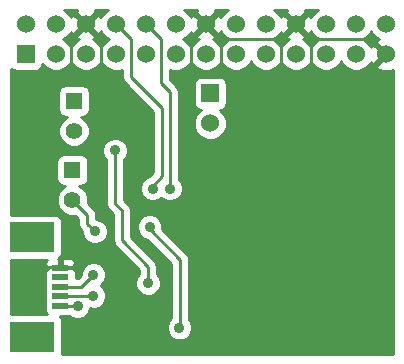
<source format=gbl>
G04 #@! TF.FileFunction,Copper,L2,Bot,Signal*
%FSLAX46Y46*%
G04 Gerber Fmt 4.6, Leading zero omitted, Abs format (unit mm)*
G04 Created by KiCad (PCBNEW (after 2015-mar-04 BZR unknown)-product) date 4/21/2015 12:40:09 PM*
%MOMM*%
G01*
G04 APERTURE LIST*
%ADD10C,0.150000*%
%ADD11R,1.397000X1.397000*%
%ADD12C,1.397000*%
%ADD13R,1.524000X1.524000*%
%ADD14C,1.524000*%
%ADD15R,3.799840X2.499360*%
%ADD16R,1.399540X0.500380*%
%ADD17C,0.889000*%
%ADD18C,0.254000*%
G04 APERTURE END LIST*
D10*
D11*
X143842000Y-87224000D03*
D12*
X143842000Y-89764000D03*
D11*
X143969000Y-81382000D03*
D12*
X143969000Y-83922000D03*
D13*
X139905000Y-77445000D03*
D14*
X139905000Y-74905000D03*
X142445000Y-77445000D03*
X142445000Y-74905000D03*
X144985000Y-77445000D03*
X144985000Y-74905000D03*
X147525000Y-77445000D03*
X147525000Y-74905000D03*
X150065000Y-77445000D03*
X150065000Y-74905000D03*
X152605000Y-77445000D03*
X152605000Y-74905000D03*
X155145000Y-77445000D03*
X155145000Y-74905000D03*
X157685000Y-77445000D03*
X157685000Y-74905000D03*
X160225000Y-77445000D03*
X160225000Y-74905000D03*
X162765000Y-77445000D03*
X162765000Y-74905000D03*
X165305000Y-77445000D03*
X165305000Y-74905000D03*
X167845000Y-77445000D03*
X167845000Y-74905000D03*
X170385000Y-77445000D03*
X170385000Y-74905000D03*
D15*
X140430780Y-92928840D03*
X140430780Y-101331160D03*
D16*
X142831080Y-95529800D03*
X142831080Y-96329900D03*
X142831080Y-98730200D03*
X142831080Y-97930100D03*
X142831080Y-97130000D03*
D13*
X155526000Y-80747000D03*
D14*
X155526000Y-83287000D03*
D17*
X150382500Y-92050000D03*
X152908000Y-100584000D03*
X144286500Y-98781000D03*
X145620000Y-97892000D03*
X145620000Y-96114000D03*
X147652000Y-95860000D03*
X144350000Y-95352000D03*
X143334000Y-102337000D03*
X148858500Y-97257000D03*
X150636500Y-88811500D03*
X147461500Y-85573000D03*
X150255500Y-96812500D03*
X145747000Y-92431000D03*
X152097000Y-88811500D03*
D18*
X150382500Y-92240500D02*
X152986000Y-94844000D01*
X152986000Y-94844000D02*
X152986000Y-98552000D01*
X150382500Y-92050000D02*
X150382500Y-92240500D01*
X152908000Y-100584000D02*
X152986000Y-100506000D01*
X152986000Y-100506000D02*
X152986000Y-98552000D01*
X144235700Y-98730200D02*
X144286500Y-98781000D01*
X142831080Y-98730200D02*
X144235700Y-98730200D01*
X145581900Y-97930100D02*
X145620000Y-97892000D01*
X142831080Y-97930100D02*
X145581900Y-97930100D01*
X144604000Y-97130000D02*
X145620000Y-96114000D01*
X142831080Y-97130000D02*
X144604000Y-97130000D01*
X153875000Y-76175000D02*
X155145000Y-74905000D01*
X153875000Y-78207000D02*
X153875000Y-76175000D01*
X161495000Y-76175000D02*
X162765000Y-74905000D01*
X161495000Y-78461000D02*
X161495000Y-76175000D01*
X143715000Y-76175000D02*
X144985000Y-74905000D01*
X143715000Y-78080000D02*
X143715000Y-76175000D01*
X156415000Y-76175000D02*
X155145000Y-74905000D01*
X156415000Y-78334000D02*
X156415000Y-76175000D01*
X164035000Y-76175000D02*
X162765000Y-74905000D01*
X164035000Y-78334000D02*
X164035000Y-76175000D01*
X144350000Y-95352000D02*
X144172200Y-95529800D01*
X144172200Y-95529800D02*
X142831080Y-95529800D01*
X146255000Y-76175000D02*
X144985000Y-74905000D01*
X146255000Y-78207000D02*
X146255000Y-76175000D01*
X169242000Y-76175000D02*
X164035000Y-76175000D01*
X161495000Y-76175000D02*
X156415000Y-76175000D01*
X150636500Y-88557500D02*
X151462000Y-87732000D01*
X151462000Y-87732000D02*
X151462000Y-82017000D01*
X151462000Y-82017000D02*
X148795000Y-79350000D01*
X148795000Y-79350000D02*
X148795000Y-76175000D01*
X148795000Y-76175000D02*
X147525000Y-74905000D01*
X150636500Y-88811500D02*
X150636500Y-88557500D01*
X147461500Y-90081500D02*
X148033000Y-90653000D01*
X148033000Y-90653000D02*
X148033000Y-93193000D01*
X148033000Y-93193000D02*
X150255500Y-95415500D01*
X150255500Y-95415500D02*
X150255500Y-96812500D01*
X147461500Y-85573000D02*
X147461500Y-90081500D01*
X145112000Y-91034000D02*
X143842000Y-89764000D01*
X145747000Y-92431000D02*
X145112000Y-91796000D01*
X145112000Y-91796000D02*
X145112000Y-91034000D01*
X152097000Y-81509000D02*
X152097000Y-88811500D01*
X152097000Y-80620000D02*
X152097000Y-81509000D01*
X151335000Y-79858000D02*
X152097000Y-80620000D01*
X151335000Y-76151000D02*
X151335000Y-79858000D01*
X150089000Y-74905000D02*
X151335000Y-76151000D01*
X150065000Y-74905000D02*
X150089000Y-74905000D01*
G36*
X146940512Y-76174949D02*
X146734697Y-76259990D01*
X146341371Y-76652630D01*
X146255050Y-76860512D01*
X146170010Y-76654697D01*
X145777370Y-76261371D01*
X145585272Y-76181605D01*
X145716143Y-76127397D01*
X145785608Y-75885213D01*
X144985000Y-75084605D01*
X144184392Y-75885213D01*
X144253857Y-76127397D01*
X144394317Y-76177508D01*
X144194697Y-76259990D01*
X143801371Y-76652630D01*
X143715050Y-76860512D01*
X143630010Y-76654697D01*
X143237370Y-76261371D01*
X143029487Y-76175050D01*
X143235303Y-76090010D01*
X143628629Y-75697370D01*
X143708394Y-75505272D01*
X143762603Y-75636143D01*
X144004787Y-75705608D01*
X144805395Y-74905000D01*
X144004787Y-74104392D01*
X143762603Y-74173857D01*
X143712491Y-74314317D01*
X143630010Y-74114697D01*
X143237370Y-73721371D01*
X143149778Y-73685000D01*
X144253169Y-73685000D01*
X144184392Y-73924787D01*
X144985000Y-74725395D01*
X145785608Y-73924787D01*
X145716830Y-73685000D01*
X146819379Y-73685000D01*
X146734697Y-73719990D01*
X146341371Y-74112630D01*
X146261605Y-74304727D01*
X146207397Y-74173857D01*
X145965213Y-74104392D01*
X145164605Y-74905000D01*
X145965213Y-75705608D01*
X146207397Y-75636143D01*
X146257508Y-75495682D01*
X146339990Y-75695303D01*
X146732630Y-76088629D01*
X146940512Y-76174949D01*
X146940512Y-76174949D01*
G37*
X146940512Y-76174949D02*
X146734697Y-76259990D01*
X146341371Y-76652630D01*
X146255050Y-76860512D01*
X146170010Y-76654697D01*
X145777370Y-76261371D01*
X145585272Y-76181605D01*
X145716143Y-76127397D01*
X145785608Y-75885213D01*
X144985000Y-75084605D01*
X144184392Y-75885213D01*
X144253857Y-76127397D01*
X144394317Y-76177508D01*
X144194697Y-76259990D01*
X143801371Y-76652630D01*
X143715050Y-76860512D01*
X143630010Y-76654697D01*
X143237370Y-76261371D01*
X143029487Y-76175050D01*
X143235303Y-76090010D01*
X143628629Y-75697370D01*
X143708394Y-75505272D01*
X143762603Y-75636143D01*
X144004787Y-75705608D01*
X144805395Y-74905000D01*
X144004787Y-74104392D01*
X143762603Y-74173857D01*
X143712491Y-74314317D01*
X143630010Y-74114697D01*
X143237370Y-73721371D01*
X143149778Y-73685000D01*
X144253169Y-73685000D01*
X144184392Y-73924787D01*
X144985000Y-74725395D01*
X145785608Y-73924787D01*
X145716830Y-73685000D01*
X146819379Y-73685000D01*
X146734697Y-73719990D01*
X146341371Y-74112630D01*
X146261605Y-74304727D01*
X146207397Y-74173857D01*
X145965213Y-74104392D01*
X145164605Y-74905000D01*
X145965213Y-75705608D01*
X146207397Y-75636143D01*
X146257508Y-75495682D01*
X146339990Y-75695303D01*
X146732630Y-76088629D01*
X146940512Y-76174949D01*
G36*
X150258747Y-77459142D02*
X150079142Y-77638747D01*
X150065000Y-77624605D01*
X150050857Y-77638747D01*
X149871252Y-77459142D01*
X149885395Y-77445000D01*
X149871252Y-77430857D01*
X150050857Y-77251252D01*
X150065000Y-77265395D01*
X150079142Y-77251252D01*
X150258747Y-77430857D01*
X150244605Y-77445000D01*
X150258747Y-77459142D01*
X150258747Y-77459142D01*
G37*
X150258747Y-77459142D02*
X150079142Y-77638747D01*
X150065000Y-77624605D01*
X150050857Y-77638747D01*
X149871252Y-77459142D01*
X149885395Y-77445000D01*
X149871252Y-77430857D01*
X150050857Y-77251252D01*
X150065000Y-77265395D01*
X150079142Y-77251252D01*
X150258747Y-77430857D01*
X150244605Y-77445000D01*
X150258747Y-77459142D01*
G36*
X157100512Y-76174949D02*
X156894697Y-76259990D01*
X156501371Y-76652630D01*
X156415050Y-76860512D01*
X156330010Y-76654697D01*
X155937370Y-76261371D01*
X155745272Y-76181605D01*
X155876143Y-76127397D01*
X155945608Y-75885213D01*
X155145000Y-75084605D01*
X154344392Y-75885213D01*
X154413857Y-76127397D01*
X154554317Y-76177508D01*
X154354697Y-76259990D01*
X153961371Y-76652630D01*
X153875050Y-76860512D01*
X153790010Y-76654697D01*
X153397370Y-76261371D01*
X153189487Y-76175050D01*
X153395303Y-76090010D01*
X153788629Y-75697370D01*
X153868394Y-75505272D01*
X153922603Y-75636143D01*
X154164787Y-75705608D01*
X154965395Y-74905000D01*
X154164787Y-74104392D01*
X153922603Y-74173857D01*
X153872491Y-74314317D01*
X153790010Y-74114697D01*
X153397370Y-73721371D01*
X153309778Y-73685000D01*
X154413169Y-73685000D01*
X154344392Y-73924787D01*
X155145000Y-74725395D01*
X155945608Y-73924787D01*
X155876830Y-73685000D01*
X156979379Y-73685000D01*
X156894697Y-73719990D01*
X156501371Y-74112630D01*
X156421605Y-74304727D01*
X156367397Y-74173857D01*
X156125213Y-74104392D01*
X155324605Y-74905000D01*
X156125213Y-75705608D01*
X156367397Y-75636143D01*
X156417508Y-75495682D01*
X156499990Y-75695303D01*
X156892630Y-76088629D01*
X157100512Y-76174949D01*
X157100512Y-76174949D01*
G37*
X157100512Y-76174949D02*
X156894697Y-76259990D01*
X156501371Y-76652630D01*
X156415050Y-76860512D01*
X156330010Y-76654697D01*
X155937370Y-76261371D01*
X155745272Y-76181605D01*
X155876143Y-76127397D01*
X155945608Y-75885213D01*
X155145000Y-75084605D01*
X154344392Y-75885213D01*
X154413857Y-76127397D01*
X154554317Y-76177508D01*
X154354697Y-76259990D01*
X153961371Y-76652630D01*
X153875050Y-76860512D01*
X153790010Y-76654697D01*
X153397370Y-76261371D01*
X153189487Y-76175050D01*
X153395303Y-76090010D01*
X153788629Y-75697370D01*
X153868394Y-75505272D01*
X153922603Y-75636143D01*
X154164787Y-75705608D01*
X154965395Y-74905000D01*
X154164787Y-74104392D01*
X153922603Y-74173857D01*
X153872491Y-74314317D01*
X153790010Y-74114697D01*
X153397370Y-73721371D01*
X153309778Y-73685000D01*
X154413169Y-73685000D01*
X154344392Y-73924787D01*
X155145000Y-74725395D01*
X155945608Y-73924787D01*
X155876830Y-73685000D01*
X156979379Y-73685000D01*
X156894697Y-73719990D01*
X156501371Y-74112630D01*
X156421605Y-74304727D01*
X156367397Y-74173857D01*
X156125213Y-74104392D01*
X155324605Y-74905000D01*
X156125213Y-75705608D01*
X156367397Y-75636143D01*
X156417508Y-75495682D01*
X156499990Y-75695303D01*
X156892630Y-76088629D01*
X157100512Y-76174949D01*
G36*
X164720512Y-76174949D02*
X164514697Y-76259990D01*
X164121371Y-76652630D01*
X164035050Y-76860512D01*
X163950010Y-76654697D01*
X163557370Y-76261371D01*
X163365272Y-76181605D01*
X163496143Y-76127397D01*
X163565608Y-75885213D01*
X162765000Y-75084605D01*
X161964392Y-75885213D01*
X162033857Y-76127397D01*
X162174317Y-76177508D01*
X161974697Y-76259990D01*
X161581371Y-76652630D01*
X161495050Y-76860512D01*
X161410010Y-76654697D01*
X161017370Y-76261371D01*
X160809487Y-76175050D01*
X161015303Y-76090010D01*
X161408629Y-75697370D01*
X161488394Y-75505272D01*
X161542603Y-75636143D01*
X161784787Y-75705608D01*
X162585395Y-74905000D01*
X161784787Y-74104392D01*
X161542603Y-74173857D01*
X161492491Y-74314317D01*
X161410010Y-74114697D01*
X161017370Y-73721371D01*
X160929778Y-73685000D01*
X162033169Y-73685000D01*
X161964392Y-73924787D01*
X162765000Y-74725395D01*
X163565608Y-73924787D01*
X163496830Y-73685000D01*
X164599379Y-73685000D01*
X164514697Y-73719990D01*
X164121371Y-74112630D01*
X164041605Y-74304727D01*
X163987397Y-74173857D01*
X163745213Y-74104392D01*
X162944605Y-74905000D01*
X163745213Y-75705608D01*
X163987397Y-75636143D01*
X164037508Y-75495682D01*
X164119990Y-75695303D01*
X164512630Y-76088629D01*
X164720512Y-76174949D01*
X164720512Y-76174949D01*
G37*
X164720512Y-76174949D02*
X164514697Y-76259990D01*
X164121371Y-76652630D01*
X164035050Y-76860512D01*
X163950010Y-76654697D01*
X163557370Y-76261371D01*
X163365272Y-76181605D01*
X163496143Y-76127397D01*
X163565608Y-75885213D01*
X162765000Y-75084605D01*
X161964392Y-75885213D01*
X162033857Y-76127397D01*
X162174317Y-76177508D01*
X161974697Y-76259990D01*
X161581371Y-76652630D01*
X161495050Y-76860512D01*
X161410010Y-76654697D01*
X161017370Y-76261371D01*
X160809487Y-76175050D01*
X161015303Y-76090010D01*
X161408629Y-75697370D01*
X161488394Y-75505272D01*
X161542603Y-75636143D01*
X161784787Y-75705608D01*
X162585395Y-74905000D01*
X161784787Y-74104392D01*
X161542603Y-74173857D01*
X161492491Y-74314317D01*
X161410010Y-74114697D01*
X161017370Y-73721371D01*
X160929778Y-73685000D01*
X162033169Y-73685000D01*
X161964392Y-73924787D01*
X162765000Y-74725395D01*
X163565608Y-73924787D01*
X163496830Y-73685000D01*
X164599379Y-73685000D01*
X164514697Y-73719990D01*
X164121371Y-74112630D01*
X164041605Y-74304727D01*
X163987397Y-74173857D01*
X163745213Y-74104392D01*
X162944605Y-74905000D01*
X163745213Y-75705608D01*
X163987397Y-75636143D01*
X164037508Y-75495682D01*
X164119990Y-75695303D01*
X164512630Y-76088629D01*
X164720512Y-76174949D01*
G36*
X170970000Y-102795000D02*
X156935440Y-102795000D01*
X156935440Y-81509000D01*
X156935440Y-79985000D01*
X156888463Y-79742877D01*
X156748673Y-79530073D01*
X156537640Y-79387623D01*
X156288000Y-79337560D01*
X154764000Y-79337560D01*
X154521877Y-79384537D01*
X154309073Y-79524327D01*
X154166623Y-79735360D01*
X154116560Y-79985000D01*
X154116560Y-81509000D01*
X154163537Y-81751123D01*
X154303327Y-81963927D01*
X154514360Y-82106377D01*
X154695011Y-82142604D01*
X154342371Y-82494630D01*
X154129243Y-83007900D01*
X154128758Y-83563661D01*
X154340990Y-84077303D01*
X154733630Y-84470629D01*
X155246900Y-84683757D01*
X155802661Y-84684242D01*
X156316303Y-84472010D01*
X156709629Y-84079370D01*
X156922757Y-83566100D01*
X156923242Y-83010339D01*
X156711010Y-82496697D01*
X156357822Y-82142892D01*
X156530123Y-82109463D01*
X156742927Y-81969673D01*
X156885377Y-81758640D01*
X156935440Y-81509000D01*
X156935440Y-102795000D01*
X153987687Y-102795000D01*
X153987687Y-100370216D01*
X153823689Y-99973311D01*
X153748000Y-99897489D01*
X153748000Y-98552000D01*
X153748000Y-94844000D01*
X153689996Y-94552396D01*
X153689996Y-94552395D01*
X153524815Y-94305185D01*
X151461833Y-92242203D01*
X151462187Y-91836216D01*
X151298189Y-91439311D01*
X150994786Y-91135378D01*
X150598168Y-90970687D01*
X150168716Y-90970313D01*
X149771811Y-91134311D01*
X149467878Y-91437714D01*
X149303187Y-91834332D01*
X149302813Y-92263784D01*
X149466811Y-92660689D01*
X149770214Y-92964622D01*
X150166832Y-93129313D01*
X150193706Y-93129336D01*
X152224000Y-95159630D01*
X152224000Y-98552000D01*
X152224000Y-99741494D01*
X151993378Y-99971714D01*
X151828687Y-100368332D01*
X151828313Y-100797784D01*
X151992311Y-101194689D01*
X152295714Y-101498622D01*
X152692332Y-101663313D01*
X153121784Y-101663687D01*
X153518689Y-101499689D01*
X153822622Y-101196286D01*
X153987313Y-100799668D01*
X153987687Y-100370216D01*
X153987687Y-102795000D01*
X151335187Y-102795000D01*
X151335187Y-96598716D01*
X151171189Y-96201811D01*
X151017500Y-96047853D01*
X151017500Y-95415500D01*
X150959496Y-95123896D01*
X150959496Y-95123895D01*
X150893334Y-95024876D01*
X150794316Y-94876685D01*
X148795000Y-92877369D01*
X148795000Y-90653000D01*
X148736996Y-90361395D01*
X148571815Y-90114185D01*
X148223500Y-89765870D01*
X148223500Y-86337641D01*
X148376122Y-86185286D01*
X148540813Y-85788668D01*
X148541187Y-85359216D01*
X148377189Y-84962311D01*
X148073786Y-84658378D01*
X147677168Y-84493687D01*
X147247716Y-84493313D01*
X146850811Y-84657311D01*
X146546878Y-84960714D01*
X146382187Y-85357332D01*
X146381813Y-85786784D01*
X146545811Y-86183689D01*
X146699500Y-86337646D01*
X146699500Y-90081500D01*
X146757504Y-90373105D01*
X146922685Y-90620315D01*
X147271000Y-90968630D01*
X147271000Y-93193000D01*
X147329004Y-93484605D01*
X147494185Y-93731815D01*
X149493500Y-95731130D01*
X149493500Y-96047858D01*
X149340878Y-96200214D01*
X149176187Y-96596832D01*
X149175813Y-97026284D01*
X149339811Y-97423189D01*
X149643214Y-97727122D01*
X150039832Y-97891813D01*
X150469284Y-97892187D01*
X150866189Y-97728189D01*
X151170122Y-97424786D01*
X151334813Y-97028168D01*
X151335187Y-96598716D01*
X151335187Y-102795000D01*
X146826687Y-102795000D01*
X146826687Y-92217216D01*
X146662689Y-91820311D01*
X146359286Y-91516378D01*
X145962668Y-91351687D01*
X145874000Y-91351609D01*
X145874000Y-91034000D01*
X145815996Y-90742395D01*
X145650815Y-90495185D01*
X145650815Y-90495184D01*
X145314940Y-90159309D01*
X145314940Y-82080500D01*
X145314940Y-80683500D01*
X145267963Y-80441377D01*
X145128173Y-80228573D01*
X144917140Y-80086123D01*
X144667500Y-80036060D01*
X143270500Y-80036060D01*
X143028377Y-80083037D01*
X142815573Y-80222827D01*
X142673123Y-80433860D01*
X142623060Y-80683500D01*
X142623060Y-82080500D01*
X142670037Y-82322623D01*
X142809827Y-82535427D01*
X143020860Y-82677877D01*
X143270500Y-82727940D01*
X143366883Y-82727940D01*
X143214620Y-82790854D01*
X142839173Y-83165647D01*
X142635732Y-83655587D01*
X142635269Y-84186086D01*
X142837854Y-84676380D01*
X143212647Y-85051827D01*
X143702587Y-85255268D01*
X144233086Y-85255731D01*
X144723380Y-85053146D01*
X145098827Y-84678353D01*
X145302268Y-84188413D01*
X145302731Y-83657914D01*
X145100146Y-83167620D01*
X144725353Y-82792173D01*
X144570662Y-82727940D01*
X144667500Y-82727940D01*
X144909623Y-82680963D01*
X145122427Y-82541173D01*
X145264877Y-82330140D01*
X145314940Y-82080500D01*
X145314940Y-90159309D01*
X145175277Y-90019646D01*
X145175731Y-89499914D01*
X144973146Y-89009620D01*
X144598353Y-88634173D01*
X144443662Y-88569940D01*
X144540500Y-88569940D01*
X144782623Y-88522963D01*
X144995427Y-88383173D01*
X145137877Y-88172140D01*
X145187940Y-87922500D01*
X145187940Y-86525500D01*
X145140963Y-86283377D01*
X145001173Y-86070573D01*
X144790140Y-85928123D01*
X144540500Y-85878060D01*
X143143500Y-85878060D01*
X142901377Y-85925037D01*
X142688573Y-86064827D01*
X142546123Y-86275860D01*
X142496060Y-86525500D01*
X142496060Y-87922500D01*
X142543037Y-88164623D01*
X142682827Y-88377427D01*
X142893860Y-88519877D01*
X143143500Y-88569940D01*
X143239883Y-88569940D01*
X143087620Y-88632854D01*
X142712173Y-89007647D01*
X142508732Y-89497587D01*
X142508269Y-90028086D01*
X142710854Y-90518380D01*
X143085647Y-90893827D01*
X143575587Y-91097268D01*
X144098093Y-91097724D01*
X144350000Y-91349630D01*
X144350000Y-91796000D01*
X144408004Y-92087605D01*
X144573185Y-92334815D01*
X144667500Y-92429130D01*
X144667313Y-92644784D01*
X144831311Y-93041689D01*
X145134714Y-93345622D01*
X145531332Y-93510313D01*
X145960784Y-93510687D01*
X146357689Y-93346689D01*
X146661622Y-93043286D01*
X146826313Y-92646668D01*
X146826687Y-92217216D01*
X146826687Y-102795000D01*
X142935192Y-102795000D01*
X142978140Y-102580840D01*
X142978140Y-100081480D01*
X142931163Y-99839357D01*
X142792211Y-99627830D01*
X143530850Y-99627830D01*
X143594258Y-99615527D01*
X143674214Y-99695622D01*
X144070832Y-99860313D01*
X144500284Y-99860687D01*
X144897189Y-99696689D01*
X145201122Y-99393286D01*
X145365813Y-98996668D01*
X145365848Y-98955333D01*
X145404332Y-98971313D01*
X145833784Y-98971687D01*
X146230689Y-98807689D01*
X146534622Y-98504286D01*
X146699313Y-98107668D01*
X146699687Y-97678216D01*
X146535689Y-97281311D01*
X146257644Y-97002780D01*
X146534622Y-96726286D01*
X146699313Y-96329668D01*
X146699687Y-95900216D01*
X146535689Y-95503311D01*
X146232286Y-95199378D01*
X145835668Y-95034687D01*
X145406216Y-95034313D01*
X145009311Y-95198311D01*
X144705378Y-95501714D01*
X144540687Y-95898332D01*
X144540497Y-96115872D01*
X144288370Y-96368000D01*
X144178290Y-96368000D01*
X144178290Y-96079710D01*
X144151408Y-95941162D01*
X144165850Y-95906299D01*
X144165850Y-95813645D01*
X144165850Y-95245955D01*
X144165850Y-95153301D01*
X144069177Y-94919912D01*
X143890549Y-94741283D01*
X143657160Y-94644610D01*
X143404541Y-94644610D01*
X143116830Y-94644610D01*
X142958080Y-94803360D01*
X142958080Y-95404705D01*
X144007100Y-95404705D01*
X144165850Y-95245955D01*
X144165850Y-95813645D01*
X144019351Y-95667146D01*
X143991523Y-95624783D01*
X143780490Y-95482333D01*
X143530850Y-95432270D01*
X142131310Y-95432270D01*
X141889187Y-95479247D01*
X141676383Y-95619037D01*
X141646193Y-95663761D01*
X141496310Y-95813645D01*
X141496310Y-95906299D01*
X141511359Y-95942632D01*
X141483870Y-96079710D01*
X141483870Y-96580090D01*
X141513426Y-96732426D01*
X141483870Y-96879810D01*
X141483870Y-97380190D01*
X141513426Y-97532526D01*
X141483870Y-97679910D01*
X141483870Y-98180290D01*
X141513426Y-98332626D01*
X141483870Y-98480010D01*
X141483870Y-98980390D01*
X141530847Y-99222513D01*
X141669798Y-99434040D01*
X138685000Y-99434040D01*
X138685000Y-94825960D01*
X141686934Y-94825960D01*
X141592983Y-94919912D01*
X141496310Y-95153301D01*
X141496310Y-95245955D01*
X141655060Y-95404705D01*
X142704080Y-95404705D01*
X142704080Y-94803360D01*
X142637329Y-94736609D01*
X142785627Y-94639193D01*
X142928077Y-94428160D01*
X142978140Y-94178520D01*
X142978140Y-91679160D01*
X142931163Y-91437037D01*
X142791373Y-91224233D01*
X142580340Y-91081783D01*
X142330700Y-91031720D01*
X138685000Y-91031720D01*
X138685000Y-78663731D01*
X138893360Y-78804377D01*
X139143000Y-78854440D01*
X140667000Y-78854440D01*
X140909123Y-78807463D01*
X141121927Y-78667673D01*
X141264377Y-78456640D01*
X141300604Y-78275988D01*
X141652630Y-78628629D01*
X142165900Y-78841757D01*
X142721661Y-78842242D01*
X143235303Y-78630010D01*
X143628629Y-78237370D01*
X143714949Y-78029487D01*
X143799990Y-78235303D01*
X144192630Y-78628629D01*
X144705900Y-78841757D01*
X145261661Y-78842242D01*
X145775303Y-78630010D01*
X146168629Y-78237370D01*
X146254949Y-78029487D01*
X146339990Y-78235303D01*
X146732630Y-78628629D01*
X147245900Y-78841757D01*
X147801661Y-78842242D01*
X148033000Y-78746654D01*
X148033000Y-79350000D01*
X148091004Y-79641605D01*
X148256185Y-79888815D01*
X150700000Y-82332630D01*
X150700000Y-87416369D01*
X150357687Y-87758682D01*
X150025811Y-87895811D01*
X149721878Y-88199214D01*
X149557187Y-88595832D01*
X149556813Y-89025284D01*
X149720811Y-89422189D01*
X150024214Y-89726122D01*
X150420832Y-89890813D01*
X150850284Y-89891187D01*
X151247189Y-89727189D01*
X151366692Y-89607894D01*
X151484714Y-89726122D01*
X151881332Y-89890813D01*
X152310784Y-89891187D01*
X152707689Y-89727189D01*
X153011622Y-89423786D01*
X153176313Y-89027168D01*
X153176687Y-88597716D01*
X153012689Y-88200811D01*
X152859000Y-88046853D01*
X152859000Y-81509000D01*
X152859000Y-80620000D01*
X152800996Y-80328396D01*
X152800996Y-80328395D01*
X152734834Y-80229376D01*
X152635816Y-80081185D01*
X152097000Y-79542369D01*
X152097000Y-78746709D01*
X152325900Y-78841757D01*
X152881661Y-78842242D01*
X153395303Y-78630010D01*
X153788629Y-78237370D01*
X153874949Y-78029487D01*
X153959990Y-78235303D01*
X154352630Y-78628629D01*
X154865900Y-78841757D01*
X155421661Y-78842242D01*
X155935303Y-78630010D01*
X156328629Y-78237370D01*
X156414949Y-78029487D01*
X156499990Y-78235303D01*
X156892630Y-78628629D01*
X157405900Y-78841757D01*
X157961661Y-78842242D01*
X158475303Y-78630010D01*
X158868629Y-78237370D01*
X158954949Y-78029487D01*
X159039990Y-78235303D01*
X159432630Y-78628629D01*
X159945900Y-78841757D01*
X160501661Y-78842242D01*
X161015303Y-78630010D01*
X161408629Y-78237370D01*
X161494949Y-78029487D01*
X161579990Y-78235303D01*
X161972630Y-78628629D01*
X162485900Y-78841757D01*
X163041661Y-78842242D01*
X163555303Y-78630010D01*
X163948629Y-78237370D01*
X164034949Y-78029487D01*
X164119990Y-78235303D01*
X164512630Y-78628629D01*
X165025900Y-78841757D01*
X165581661Y-78842242D01*
X166095303Y-78630010D01*
X166488629Y-78237370D01*
X166574949Y-78029487D01*
X166659990Y-78235303D01*
X167052630Y-78628629D01*
X167565900Y-78841757D01*
X168121661Y-78842242D01*
X168635303Y-78630010D01*
X169028629Y-78237370D01*
X169108394Y-78045272D01*
X169162603Y-78176143D01*
X169404787Y-78245608D01*
X170205395Y-77445000D01*
X169404787Y-76644392D01*
X169162603Y-76713857D01*
X169112491Y-76854317D01*
X169030010Y-76654697D01*
X168637370Y-76261371D01*
X168429487Y-76175050D01*
X168635303Y-76090010D01*
X169028629Y-75697370D01*
X169114949Y-75489487D01*
X169199990Y-75695303D01*
X169592630Y-76088629D01*
X169784727Y-76168394D01*
X169653857Y-76222603D01*
X169584392Y-76464787D01*
X170385000Y-77265395D01*
X170399142Y-77251252D01*
X170578747Y-77430857D01*
X170564605Y-77445000D01*
X170578747Y-77459142D01*
X170399142Y-77638747D01*
X170385000Y-77624605D01*
X169584392Y-78425213D01*
X169653857Y-78667397D01*
X170177302Y-78854144D01*
X170732368Y-78826362D01*
X170970000Y-78727931D01*
X170970000Y-102795000D01*
X170970000Y-102795000D01*
G37*
X170970000Y-102795000D02*
X156935440Y-102795000D01*
X156935440Y-81509000D01*
X156935440Y-79985000D01*
X156888463Y-79742877D01*
X156748673Y-79530073D01*
X156537640Y-79387623D01*
X156288000Y-79337560D01*
X154764000Y-79337560D01*
X154521877Y-79384537D01*
X154309073Y-79524327D01*
X154166623Y-79735360D01*
X154116560Y-79985000D01*
X154116560Y-81509000D01*
X154163537Y-81751123D01*
X154303327Y-81963927D01*
X154514360Y-82106377D01*
X154695011Y-82142604D01*
X154342371Y-82494630D01*
X154129243Y-83007900D01*
X154128758Y-83563661D01*
X154340990Y-84077303D01*
X154733630Y-84470629D01*
X155246900Y-84683757D01*
X155802661Y-84684242D01*
X156316303Y-84472010D01*
X156709629Y-84079370D01*
X156922757Y-83566100D01*
X156923242Y-83010339D01*
X156711010Y-82496697D01*
X156357822Y-82142892D01*
X156530123Y-82109463D01*
X156742927Y-81969673D01*
X156885377Y-81758640D01*
X156935440Y-81509000D01*
X156935440Y-102795000D01*
X153987687Y-102795000D01*
X153987687Y-100370216D01*
X153823689Y-99973311D01*
X153748000Y-99897489D01*
X153748000Y-98552000D01*
X153748000Y-94844000D01*
X153689996Y-94552396D01*
X153689996Y-94552395D01*
X153524815Y-94305185D01*
X151461833Y-92242203D01*
X151462187Y-91836216D01*
X151298189Y-91439311D01*
X150994786Y-91135378D01*
X150598168Y-90970687D01*
X150168716Y-90970313D01*
X149771811Y-91134311D01*
X149467878Y-91437714D01*
X149303187Y-91834332D01*
X149302813Y-92263784D01*
X149466811Y-92660689D01*
X149770214Y-92964622D01*
X150166832Y-93129313D01*
X150193706Y-93129336D01*
X152224000Y-95159630D01*
X152224000Y-98552000D01*
X152224000Y-99741494D01*
X151993378Y-99971714D01*
X151828687Y-100368332D01*
X151828313Y-100797784D01*
X151992311Y-101194689D01*
X152295714Y-101498622D01*
X152692332Y-101663313D01*
X153121784Y-101663687D01*
X153518689Y-101499689D01*
X153822622Y-101196286D01*
X153987313Y-100799668D01*
X153987687Y-100370216D01*
X153987687Y-102795000D01*
X151335187Y-102795000D01*
X151335187Y-96598716D01*
X151171189Y-96201811D01*
X151017500Y-96047853D01*
X151017500Y-95415500D01*
X150959496Y-95123896D01*
X150959496Y-95123895D01*
X150893334Y-95024876D01*
X150794316Y-94876685D01*
X148795000Y-92877369D01*
X148795000Y-90653000D01*
X148736996Y-90361395D01*
X148571815Y-90114185D01*
X148223500Y-89765870D01*
X148223500Y-86337641D01*
X148376122Y-86185286D01*
X148540813Y-85788668D01*
X148541187Y-85359216D01*
X148377189Y-84962311D01*
X148073786Y-84658378D01*
X147677168Y-84493687D01*
X147247716Y-84493313D01*
X146850811Y-84657311D01*
X146546878Y-84960714D01*
X146382187Y-85357332D01*
X146381813Y-85786784D01*
X146545811Y-86183689D01*
X146699500Y-86337646D01*
X146699500Y-90081500D01*
X146757504Y-90373105D01*
X146922685Y-90620315D01*
X147271000Y-90968630D01*
X147271000Y-93193000D01*
X147329004Y-93484605D01*
X147494185Y-93731815D01*
X149493500Y-95731130D01*
X149493500Y-96047858D01*
X149340878Y-96200214D01*
X149176187Y-96596832D01*
X149175813Y-97026284D01*
X149339811Y-97423189D01*
X149643214Y-97727122D01*
X150039832Y-97891813D01*
X150469284Y-97892187D01*
X150866189Y-97728189D01*
X151170122Y-97424786D01*
X151334813Y-97028168D01*
X151335187Y-96598716D01*
X151335187Y-102795000D01*
X146826687Y-102795000D01*
X146826687Y-92217216D01*
X146662689Y-91820311D01*
X146359286Y-91516378D01*
X145962668Y-91351687D01*
X145874000Y-91351609D01*
X145874000Y-91034000D01*
X145815996Y-90742395D01*
X145650815Y-90495185D01*
X145650815Y-90495184D01*
X145314940Y-90159309D01*
X145314940Y-82080500D01*
X145314940Y-80683500D01*
X145267963Y-80441377D01*
X145128173Y-80228573D01*
X144917140Y-80086123D01*
X144667500Y-80036060D01*
X143270500Y-80036060D01*
X143028377Y-80083037D01*
X142815573Y-80222827D01*
X142673123Y-80433860D01*
X142623060Y-80683500D01*
X142623060Y-82080500D01*
X142670037Y-82322623D01*
X142809827Y-82535427D01*
X143020860Y-82677877D01*
X143270500Y-82727940D01*
X143366883Y-82727940D01*
X143214620Y-82790854D01*
X142839173Y-83165647D01*
X142635732Y-83655587D01*
X142635269Y-84186086D01*
X142837854Y-84676380D01*
X143212647Y-85051827D01*
X143702587Y-85255268D01*
X144233086Y-85255731D01*
X144723380Y-85053146D01*
X145098827Y-84678353D01*
X145302268Y-84188413D01*
X145302731Y-83657914D01*
X145100146Y-83167620D01*
X144725353Y-82792173D01*
X144570662Y-82727940D01*
X144667500Y-82727940D01*
X144909623Y-82680963D01*
X145122427Y-82541173D01*
X145264877Y-82330140D01*
X145314940Y-82080500D01*
X145314940Y-90159309D01*
X145175277Y-90019646D01*
X145175731Y-89499914D01*
X144973146Y-89009620D01*
X144598353Y-88634173D01*
X144443662Y-88569940D01*
X144540500Y-88569940D01*
X144782623Y-88522963D01*
X144995427Y-88383173D01*
X145137877Y-88172140D01*
X145187940Y-87922500D01*
X145187940Y-86525500D01*
X145140963Y-86283377D01*
X145001173Y-86070573D01*
X144790140Y-85928123D01*
X144540500Y-85878060D01*
X143143500Y-85878060D01*
X142901377Y-85925037D01*
X142688573Y-86064827D01*
X142546123Y-86275860D01*
X142496060Y-86525500D01*
X142496060Y-87922500D01*
X142543037Y-88164623D01*
X142682827Y-88377427D01*
X142893860Y-88519877D01*
X143143500Y-88569940D01*
X143239883Y-88569940D01*
X143087620Y-88632854D01*
X142712173Y-89007647D01*
X142508732Y-89497587D01*
X142508269Y-90028086D01*
X142710854Y-90518380D01*
X143085647Y-90893827D01*
X143575587Y-91097268D01*
X144098093Y-91097724D01*
X144350000Y-91349630D01*
X144350000Y-91796000D01*
X144408004Y-92087605D01*
X144573185Y-92334815D01*
X144667500Y-92429130D01*
X144667313Y-92644784D01*
X144831311Y-93041689D01*
X145134714Y-93345622D01*
X145531332Y-93510313D01*
X145960784Y-93510687D01*
X146357689Y-93346689D01*
X146661622Y-93043286D01*
X146826313Y-92646668D01*
X146826687Y-92217216D01*
X146826687Y-102795000D01*
X142935192Y-102795000D01*
X142978140Y-102580840D01*
X142978140Y-100081480D01*
X142931163Y-99839357D01*
X142792211Y-99627830D01*
X143530850Y-99627830D01*
X143594258Y-99615527D01*
X143674214Y-99695622D01*
X144070832Y-99860313D01*
X144500284Y-99860687D01*
X144897189Y-99696689D01*
X145201122Y-99393286D01*
X145365813Y-98996668D01*
X145365848Y-98955333D01*
X145404332Y-98971313D01*
X145833784Y-98971687D01*
X146230689Y-98807689D01*
X146534622Y-98504286D01*
X146699313Y-98107668D01*
X146699687Y-97678216D01*
X146535689Y-97281311D01*
X146257644Y-97002780D01*
X146534622Y-96726286D01*
X146699313Y-96329668D01*
X146699687Y-95900216D01*
X146535689Y-95503311D01*
X146232286Y-95199378D01*
X145835668Y-95034687D01*
X145406216Y-95034313D01*
X145009311Y-95198311D01*
X144705378Y-95501714D01*
X144540687Y-95898332D01*
X144540497Y-96115872D01*
X144288370Y-96368000D01*
X144178290Y-96368000D01*
X144178290Y-96079710D01*
X144151408Y-95941162D01*
X144165850Y-95906299D01*
X144165850Y-95813645D01*
X144165850Y-95245955D01*
X144165850Y-95153301D01*
X144069177Y-94919912D01*
X143890549Y-94741283D01*
X143657160Y-94644610D01*
X143404541Y-94644610D01*
X143116830Y-94644610D01*
X142958080Y-94803360D01*
X142958080Y-95404705D01*
X144007100Y-95404705D01*
X144165850Y-95245955D01*
X144165850Y-95813645D01*
X144019351Y-95667146D01*
X143991523Y-95624783D01*
X143780490Y-95482333D01*
X143530850Y-95432270D01*
X142131310Y-95432270D01*
X141889187Y-95479247D01*
X141676383Y-95619037D01*
X141646193Y-95663761D01*
X141496310Y-95813645D01*
X141496310Y-95906299D01*
X141511359Y-95942632D01*
X141483870Y-96079710D01*
X141483870Y-96580090D01*
X141513426Y-96732426D01*
X141483870Y-96879810D01*
X141483870Y-97380190D01*
X141513426Y-97532526D01*
X141483870Y-97679910D01*
X141483870Y-98180290D01*
X141513426Y-98332626D01*
X141483870Y-98480010D01*
X141483870Y-98980390D01*
X141530847Y-99222513D01*
X141669798Y-99434040D01*
X138685000Y-99434040D01*
X138685000Y-94825960D01*
X141686934Y-94825960D01*
X141592983Y-94919912D01*
X141496310Y-95153301D01*
X141496310Y-95245955D01*
X141655060Y-95404705D01*
X142704080Y-95404705D01*
X142704080Y-94803360D01*
X142637329Y-94736609D01*
X142785627Y-94639193D01*
X142928077Y-94428160D01*
X142978140Y-94178520D01*
X142978140Y-91679160D01*
X142931163Y-91437037D01*
X142791373Y-91224233D01*
X142580340Y-91081783D01*
X142330700Y-91031720D01*
X138685000Y-91031720D01*
X138685000Y-78663731D01*
X138893360Y-78804377D01*
X139143000Y-78854440D01*
X140667000Y-78854440D01*
X140909123Y-78807463D01*
X141121927Y-78667673D01*
X141264377Y-78456640D01*
X141300604Y-78275988D01*
X141652630Y-78628629D01*
X142165900Y-78841757D01*
X142721661Y-78842242D01*
X143235303Y-78630010D01*
X143628629Y-78237370D01*
X143714949Y-78029487D01*
X143799990Y-78235303D01*
X144192630Y-78628629D01*
X144705900Y-78841757D01*
X145261661Y-78842242D01*
X145775303Y-78630010D01*
X146168629Y-78237370D01*
X146254949Y-78029487D01*
X146339990Y-78235303D01*
X146732630Y-78628629D01*
X147245900Y-78841757D01*
X147801661Y-78842242D01*
X148033000Y-78746654D01*
X148033000Y-79350000D01*
X148091004Y-79641605D01*
X148256185Y-79888815D01*
X150700000Y-82332630D01*
X150700000Y-87416369D01*
X150357687Y-87758682D01*
X150025811Y-87895811D01*
X149721878Y-88199214D01*
X149557187Y-88595832D01*
X149556813Y-89025284D01*
X149720811Y-89422189D01*
X150024214Y-89726122D01*
X150420832Y-89890813D01*
X150850284Y-89891187D01*
X151247189Y-89727189D01*
X151366692Y-89607894D01*
X151484714Y-89726122D01*
X151881332Y-89890813D01*
X152310784Y-89891187D01*
X152707689Y-89727189D01*
X153011622Y-89423786D01*
X153176313Y-89027168D01*
X153176687Y-88597716D01*
X153012689Y-88200811D01*
X152859000Y-88046853D01*
X152859000Y-81509000D01*
X152859000Y-80620000D01*
X152800996Y-80328396D01*
X152800996Y-80328395D01*
X152734834Y-80229376D01*
X152635816Y-80081185D01*
X152097000Y-79542369D01*
X152097000Y-78746709D01*
X152325900Y-78841757D01*
X152881661Y-78842242D01*
X153395303Y-78630010D01*
X153788629Y-78237370D01*
X153874949Y-78029487D01*
X153959990Y-78235303D01*
X154352630Y-78628629D01*
X154865900Y-78841757D01*
X155421661Y-78842242D01*
X155935303Y-78630010D01*
X156328629Y-78237370D01*
X156414949Y-78029487D01*
X156499990Y-78235303D01*
X156892630Y-78628629D01*
X157405900Y-78841757D01*
X157961661Y-78842242D01*
X158475303Y-78630010D01*
X158868629Y-78237370D01*
X158954949Y-78029487D01*
X159039990Y-78235303D01*
X159432630Y-78628629D01*
X159945900Y-78841757D01*
X160501661Y-78842242D01*
X161015303Y-78630010D01*
X161408629Y-78237370D01*
X161494949Y-78029487D01*
X161579990Y-78235303D01*
X161972630Y-78628629D01*
X162485900Y-78841757D01*
X163041661Y-78842242D01*
X163555303Y-78630010D01*
X163948629Y-78237370D01*
X164034949Y-78029487D01*
X164119990Y-78235303D01*
X164512630Y-78628629D01*
X165025900Y-78841757D01*
X165581661Y-78842242D01*
X166095303Y-78630010D01*
X166488629Y-78237370D01*
X166574949Y-78029487D01*
X166659990Y-78235303D01*
X167052630Y-78628629D01*
X167565900Y-78841757D01*
X168121661Y-78842242D01*
X168635303Y-78630010D01*
X169028629Y-78237370D01*
X169108394Y-78045272D01*
X169162603Y-78176143D01*
X169404787Y-78245608D01*
X170205395Y-77445000D01*
X169404787Y-76644392D01*
X169162603Y-76713857D01*
X169112491Y-76854317D01*
X169030010Y-76654697D01*
X168637370Y-76261371D01*
X168429487Y-76175050D01*
X168635303Y-76090010D01*
X169028629Y-75697370D01*
X169114949Y-75489487D01*
X169199990Y-75695303D01*
X169592630Y-76088629D01*
X169784727Y-76168394D01*
X169653857Y-76222603D01*
X169584392Y-76464787D01*
X170385000Y-77265395D01*
X170399142Y-77251252D01*
X170578747Y-77430857D01*
X170564605Y-77445000D01*
X170578747Y-77459142D01*
X170399142Y-77638747D01*
X170385000Y-77624605D01*
X169584392Y-78425213D01*
X169653857Y-78667397D01*
X170177302Y-78854144D01*
X170732368Y-78826362D01*
X170970000Y-78727931D01*
X170970000Y-102795000D01*
M02*

</source>
